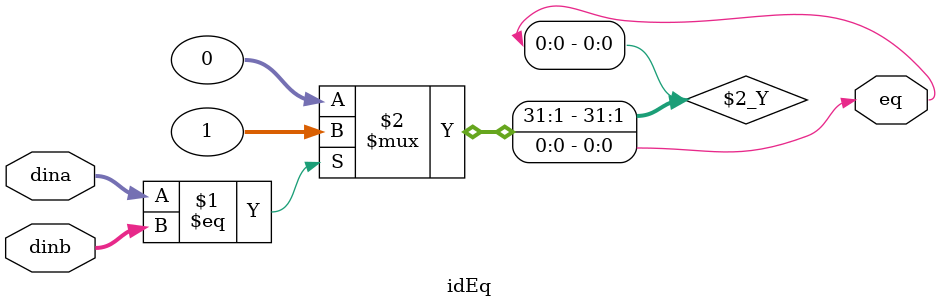
<source format=v>
`timescale 1ns / 1ps


module idEq
(
    input  wire [31:0] dina,
    input  wire [31:0] dinb,
    output wire eq
);

assign eq = (dina == dinb) ? 1:0;
endmodule

</source>
